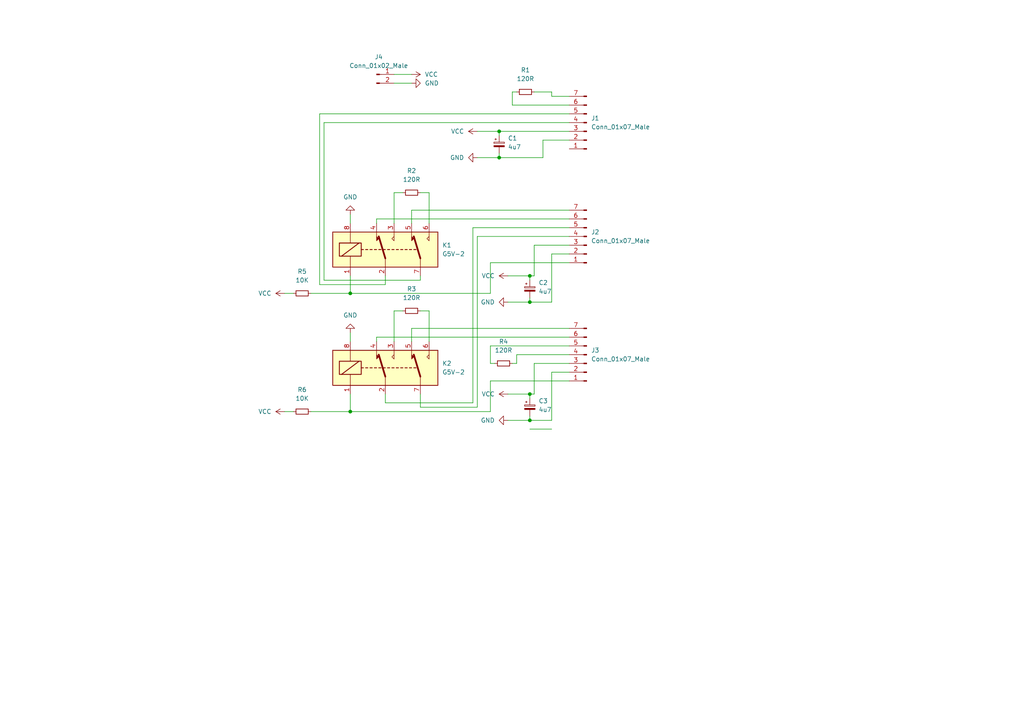
<source format=kicad_sch>
(kicad_sch (version 20211123) (generator eeschema)

  (uuid e63e39d7-6ac0-4ffd-8aa3-1841a4541b55)

  (paper "A4")

  (lib_symbols
    (symbol "Connector:Conn_01x02_Male" (pin_names (offset 1.016) hide) (in_bom yes) (on_board yes)
      (property "Reference" "J" (id 0) (at 0 2.54 0)
        (effects (font (size 1.27 1.27)))
      )
      (property "Value" "Conn_01x02_Male" (id 1) (at 0 -5.08 0)
        (effects (font (size 1.27 1.27)))
      )
      (property "Footprint" "" (id 2) (at 0 0 0)
        (effects (font (size 1.27 1.27)) hide)
      )
      (property "Datasheet" "~" (id 3) (at 0 0 0)
        (effects (font (size 1.27 1.27)) hide)
      )
      (property "ki_keywords" "connector" (id 4) (at 0 0 0)
        (effects (font (size 1.27 1.27)) hide)
      )
      (property "ki_description" "Generic connector, single row, 01x02, script generated (kicad-library-utils/schlib/autogen/connector/)" (id 5) (at 0 0 0)
        (effects (font (size 1.27 1.27)) hide)
      )
      (property "ki_fp_filters" "Connector*:*_1x??_*" (id 6) (at 0 0 0)
        (effects (font (size 1.27 1.27)) hide)
      )
      (symbol "Conn_01x02_Male_1_1"
        (polyline
          (pts
            (xy 1.27 -2.54)
            (xy 0.8636 -2.54)
          )
          (stroke (width 0.1524) (type default) (color 0 0 0 0))
          (fill (type none))
        )
        (polyline
          (pts
            (xy 1.27 0)
            (xy 0.8636 0)
          )
          (stroke (width 0.1524) (type default) (color 0 0 0 0))
          (fill (type none))
        )
        (rectangle (start 0.8636 -2.413) (end 0 -2.667)
          (stroke (width 0.1524) (type default) (color 0 0 0 0))
          (fill (type outline))
        )
        (rectangle (start 0.8636 0.127) (end 0 -0.127)
          (stroke (width 0.1524) (type default) (color 0 0 0 0))
          (fill (type outline))
        )
        (pin passive line (at 5.08 0 180) (length 3.81)
          (name "Pin_1" (effects (font (size 1.27 1.27))))
          (number "1" (effects (font (size 1.27 1.27))))
        )
        (pin passive line (at 5.08 -2.54 180) (length 3.81)
          (name "Pin_2" (effects (font (size 1.27 1.27))))
          (number "2" (effects (font (size 1.27 1.27))))
        )
      )
    )
    (symbol "Connector:Conn_01x07_Male" (pin_names (offset 1.016) hide) (in_bom yes) (on_board yes)
      (property "Reference" "J" (id 0) (at 0 10.16 0)
        (effects (font (size 1.27 1.27)))
      )
      (property "Value" "Conn_01x07_Male" (id 1) (at 0 -10.16 0)
        (effects (font (size 1.27 1.27)))
      )
      (property "Footprint" "" (id 2) (at 0 0 0)
        (effects (font (size 1.27 1.27)) hide)
      )
      (property "Datasheet" "~" (id 3) (at 0 0 0)
        (effects (font (size 1.27 1.27)) hide)
      )
      (property "ki_keywords" "connector" (id 4) (at 0 0 0)
        (effects (font (size 1.27 1.27)) hide)
      )
      (property "ki_description" "Generic connector, single row, 01x07, script generated (kicad-library-utils/schlib/autogen/connector/)" (id 5) (at 0 0 0)
        (effects (font (size 1.27 1.27)) hide)
      )
      (property "ki_fp_filters" "Connector*:*_1x??_*" (id 6) (at 0 0 0)
        (effects (font (size 1.27 1.27)) hide)
      )
      (symbol "Conn_01x07_Male_1_1"
        (polyline
          (pts
            (xy 1.27 -7.62)
            (xy 0.8636 -7.62)
          )
          (stroke (width 0.1524) (type default) (color 0 0 0 0))
          (fill (type none))
        )
        (polyline
          (pts
            (xy 1.27 -5.08)
            (xy 0.8636 -5.08)
          )
          (stroke (width 0.1524) (type default) (color 0 0 0 0))
          (fill (type none))
        )
        (polyline
          (pts
            (xy 1.27 -2.54)
            (xy 0.8636 -2.54)
          )
          (stroke (width 0.1524) (type default) (color 0 0 0 0))
          (fill (type none))
        )
        (polyline
          (pts
            (xy 1.27 0)
            (xy 0.8636 0)
          )
          (stroke (width 0.1524) (type default) (color 0 0 0 0))
          (fill (type none))
        )
        (polyline
          (pts
            (xy 1.27 2.54)
            (xy 0.8636 2.54)
          )
          (stroke (width 0.1524) (type default) (color 0 0 0 0))
          (fill (type none))
        )
        (polyline
          (pts
            (xy 1.27 5.08)
            (xy 0.8636 5.08)
          )
          (stroke (width 0.1524) (type default) (color 0 0 0 0))
          (fill (type none))
        )
        (polyline
          (pts
            (xy 1.27 7.62)
            (xy 0.8636 7.62)
          )
          (stroke (width 0.1524) (type default) (color 0 0 0 0))
          (fill (type none))
        )
        (rectangle (start 0.8636 -7.493) (end 0 -7.747)
          (stroke (width 0.1524) (type default) (color 0 0 0 0))
          (fill (type outline))
        )
        (rectangle (start 0.8636 -4.953) (end 0 -5.207)
          (stroke (width 0.1524) (type default) (color 0 0 0 0))
          (fill (type outline))
        )
        (rectangle (start 0.8636 -2.413) (end 0 -2.667)
          (stroke (width 0.1524) (type default) (color 0 0 0 0))
          (fill (type outline))
        )
        (rectangle (start 0.8636 0.127) (end 0 -0.127)
          (stroke (width 0.1524) (type default) (color 0 0 0 0))
          (fill (type outline))
        )
        (rectangle (start 0.8636 2.667) (end 0 2.413)
          (stroke (width 0.1524) (type default) (color 0 0 0 0))
          (fill (type outline))
        )
        (rectangle (start 0.8636 5.207) (end 0 4.953)
          (stroke (width 0.1524) (type default) (color 0 0 0 0))
          (fill (type outline))
        )
        (rectangle (start 0.8636 7.747) (end 0 7.493)
          (stroke (width 0.1524) (type default) (color 0 0 0 0))
          (fill (type outline))
        )
        (pin passive line (at 5.08 7.62 180) (length 3.81)
          (name "Pin_1" (effects (font (size 1.27 1.27))))
          (number "1" (effects (font (size 1.27 1.27))))
        )
        (pin passive line (at 5.08 5.08 180) (length 3.81)
          (name "Pin_2" (effects (font (size 1.27 1.27))))
          (number "2" (effects (font (size 1.27 1.27))))
        )
        (pin passive line (at 5.08 2.54 180) (length 3.81)
          (name "Pin_3" (effects (font (size 1.27 1.27))))
          (number "3" (effects (font (size 1.27 1.27))))
        )
        (pin passive line (at 5.08 0 180) (length 3.81)
          (name "Pin_4" (effects (font (size 1.27 1.27))))
          (number "4" (effects (font (size 1.27 1.27))))
        )
        (pin passive line (at 5.08 -2.54 180) (length 3.81)
          (name "Pin_5" (effects (font (size 1.27 1.27))))
          (number "5" (effects (font (size 1.27 1.27))))
        )
        (pin passive line (at 5.08 -5.08 180) (length 3.81)
          (name "Pin_6" (effects (font (size 1.27 1.27))))
          (number "6" (effects (font (size 1.27 1.27))))
        )
        (pin passive line (at 5.08 -7.62 180) (length 3.81)
          (name "Pin_7" (effects (font (size 1.27 1.27))))
          (number "7" (effects (font (size 1.27 1.27))))
        )
      )
    )
    (symbol "Device:C_Polarized_Small" (pin_numbers hide) (pin_names (offset 0.254) hide) (in_bom yes) (on_board yes)
      (property "Reference" "C" (id 0) (at 0.254 1.778 0)
        (effects (font (size 1.27 1.27)) (justify left))
      )
      (property "Value" "C_Polarized_Small" (id 1) (at 0.254 -2.032 0)
        (effects (font (size 1.27 1.27)) (justify left))
      )
      (property "Footprint" "" (id 2) (at 0 0 0)
        (effects (font (size 1.27 1.27)) hide)
      )
      (property "Datasheet" "~" (id 3) (at 0 0 0)
        (effects (font (size 1.27 1.27)) hide)
      )
      (property "ki_keywords" "cap capacitor" (id 4) (at 0 0 0)
        (effects (font (size 1.27 1.27)) hide)
      )
      (property "ki_description" "Polarized capacitor, small symbol" (id 5) (at 0 0 0)
        (effects (font (size 1.27 1.27)) hide)
      )
      (property "ki_fp_filters" "CP_*" (id 6) (at 0 0 0)
        (effects (font (size 1.27 1.27)) hide)
      )
      (symbol "C_Polarized_Small_0_1"
        (rectangle (start -1.524 -0.3048) (end 1.524 -0.6858)
          (stroke (width 0) (type default) (color 0 0 0 0))
          (fill (type outline))
        )
        (rectangle (start -1.524 0.6858) (end 1.524 0.3048)
          (stroke (width 0) (type default) (color 0 0 0 0))
          (fill (type none))
        )
        (polyline
          (pts
            (xy -1.27 1.524)
            (xy -0.762 1.524)
          )
          (stroke (width 0) (type default) (color 0 0 0 0))
          (fill (type none))
        )
        (polyline
          (pts
            (xy -1.016 1.27)
            (xy -1.016 1.778)
          )
          (stroke (width 0) (type default) (color 0 0 0 0))
          (fill (type none))
        )
      )
      (symbol "C_Polarized_Small_1_1"
        (pin passive line (at 0 2.54 270) (length 1.8542)
          (name "~" (effects (font (size 1.27 1.27))))
          (number "1" (effects (font (size 1.27 1.27))))
        )
        (pin passive line (at 0 -2.54 90) (length 1.8542)
          (name "~" (effects (font (size 1.27 1.27))))
          (number "2" (effects (font (size 1.27 1.27))))
        )
      )
    )
    (symbol "Device:R_Small" (pin_numbers hide) (pin_names (offset 0.254) hide) (in_bom yes) (on_board yes)
      (property "Reference" "R" (id 0) (at 0.762 0.508 0)
        (effects (font (size 1.27 1.27)) (justify left))
      )
      (property "Value" "R_Small" (id 1) (at 0.762 -1.016 0)
        (effects (font (size 1.27 1.27)) (justify left))
      )
      (property "Footprint" "" (id 2) (at 0 0 0)
        (effects (font (size 1.27 1.27)) hide)
      )
      (property "Datasheet" "~" (id 3) (at 0 0 0)
        (effects (font (size 1.27 1.27)) hide)
      )
      (property "ki_keywords" "R resistor" (id 4) (at 0 0 0)
        (effects (font (size 1.27 1.27)) hide)
      )
      (property "ki_description" "Resistor, small symbol" (id 5) (at 0 0 0)
        (effects (font (size 1.27 1.27)) hide)
      )
      (property "ki_fp_filters" "R_*" (id 6) (at 0 0 0)
        (effects (font (size 1.27 1.27)) hide)
      )
      (symbol "R_Small_0_1"
        (rectangle (start -0.762 1.778) (end 0.762 -1.778)
          (stroke (width 0.2032) (type default) (color 0 0 0 0))
          (fill (type none))
        )
      )
      (symbol "R_Small_1_1"
        (pin passive line (at 0 2.54 270) (length 0.762)
          (name "~" (effects (font (size 1.27 1.27))))
          (number "1" (effects (font (size 1.27 1.27))))
        )
        (pin passive line (at 0 -2.54 90) (length 0.762)
          (name "~" (effects (font (size 1.27 1.27))))
          (number "2" (effects (font (size 1.27 1.27))))
        )
      )
    )
    (symbol "G5V-2_1" (in_bom yes) (on_board yes)
      (property "Reference" "K2" (id 0) (at 16.51 1.2701 0)
        (effects (font (size 1.27 1.27)) (justify left))
      )
      (property "Value" "G5V-2" (id 1) (at 16.51 -1.2699 0)
        (effects (font (size 1.27 1.27)) (justify left))
      )
      (property "Footprint" "Relay_THT:Relay_DPDT_AXICOM_IMSeries_Pitch5.08mm" (id 2) (at 16.51 -1.27 0)
        (effects (font (size 1.27 1.27)) (justify left) hide)
      )
      (property "Datasheet" "http://omronfs.omron.com/en_US/ecb/products/pdf/en-g5v_2.pdf" (id 3) (at 0 0 0)
        (effects (font (size 1.27 1.27)) hide)
      )
      (property "ki_keywords" "Miniature Relay Dual Pole DPDT Omron" (id 4) (at 0 0 0)
        (effects (font (size 1.27 1.27)) hide)
      )
      (property "ki_description" "Relay Miniature Omron DPDT" (id 5) (at 0 0 0)
        (effects (font (size 1.27 1.27)) hide)
      )
      (property "ki_fp_filters" "Relay*DPDT*Omron*G5V*" (id 6) (at 0 0 0)
        (effects (font (size 1.27 1.27)) hide)
      )
      (symbol "G5V-2_1_0_1"
        (rectangle (start -15.24 5.08) (end 15.24 -5.08)
          (stroke (width 0.254) (type default) (color 0 0 0 0))
          (fill (type background))
        )
        (rectangle (start -13.335 1.905) (end -6.985 -1.905)
          (stroke (width 0.254) (type default) (color 0 0 0 0))
          (fill (type none))
        )
        (polyline
          (pts
            (xy -12.7 -1.905)
            (xy -7.62 1.905)
          )
          (stroke (width 0.254) (type default) (color 0 0 0 0))
          (fill (type none))
        )
        (polyline
          (pts
            (xy -10.16 -5.08)
            (xy -10.16 -1.905)
          )
          (stroke (width 0) (type default) (color 0 0 0 0))
          (fill (type none))
        )
        (polyline
          (pts
            (xy -10.16 5.08)
            (xy -10.16 1.905)
          )
          (stroke (width 0) (type default) (color 0 0 0 0))
          (fill (type none))
        )
        (polyline
          (pts
            (xy -6.985 0)
            (xy -6.35 0)
          )
          (stroke (width 0.254) (type default) (color 0 0 0 0))
          (fill (type none))
        )
        (polyline
          (pts
            (xy -5.715 0)
            (xy -5.08 0)
          )
          (stroke (width 0.254) (type default) (color 0 0 0 0))
          (fill (type none))
        )
        (polyline
          (pts
            (xy -4.445 0)
            (xy -3.81 0)
          )
          (stroke (width 0.254) (type default) (color 0 0 0 0))
          (fill (type none))
        )
        (polyline
          (pts
            (xy -3.175 0)
            (xy -2.54 0)
          )
          (stroke (width 0.254) (type default) (color 0 0 0 0))
          (fill (type none))
        )
        (polyline
          (pts
            (xy -1.905 0)
            (xy -1.27 0)
          )
          (stroke (width 0.254) (type default) (color 0 0 0 0))
          (fill (type none))
        )
        (polyline
          (pts
            (xy -0.635 0)
            (xy 0 0)
          )
          (stroke (width 0.254) (type default) (color 0 0 0 0))
          (fill (type none))
        )
        (polyline
          (pts
            (xy 0 -2.54)
            (xy -1.905 3.81)
          )
          (stroke (width 0.508) (type default) (color 0 0 0 0))
          (fill (type none))
        )
        (polyline
          (pts
            (xy 0 -2.54)
            (xy 0 -5.08)
          )
          (stroke (width 0) (type default) (color 0 0 0 0))
          (fill (type none))
        )
        (polyline
          (pts
            (xy 0.635 0)
            (xy 1.27 0)
          )
          (stroke (width 0.254) (type default) (color 0 0 0 0))
          (fill (type none))
        )
        (polyline
          (pts
            (xy 1.905 0)
            (xy 2.54 0)
          )
          (stroke (width 0.254) (type default) (color 0 0 0 0))
          (fill (type none))
        )
        (polyline
          (pts
            (xy 3.175 0)
            (xy 3.81 0)
          )
          (stroke (width 0.254) (type default) (color 0 0 0 0))
          (fill (type none))
        )
        (polyline
          (pts
            (xy 4.445 0)
            (xy 5.08 0)
          )
          (stroke (width 0.254) (type default) (color 0 0 0 0))
          (fill (type none))
        )
        (polyline
          (pts
            (xy 5.715 0)
            (xy 6.35 0)
          )
          (stroke (width 0.254) (type default) (color 0 0 0 0))
          (fill (type none))
        )
        (polyline
          (pts
            (xy 6.985 0)
            (xy 7.62 0)
          )
          (stroke (width 0.254) (type default) (color 0 0 0 0))
          (fill (type none))
        )
        (polyline
          (pts
            (xy 8.255 0)
            (xy 8.89 0)
          )
          (stroke (width 0.254) (type default) (color 0 0 0 0))
          (fill (type none))
        )
        (polyline
          (pts
            (xy 10.16 -2.54)
            (xy 8.255 3.81)
          )
          (stroke (width 0.508) (type default) (color 0 0 0 0))
          (fill (type none))
        )
        (polyline
          (pts
            (xy 10.16 -2.54)
            (xy 10.16 -5.08)
          )
          (stroke (width 0) (type default) (color 0 0 0 0))
          (fill (type none))
        )
        (polyline
          (pts
            (xy -2.54 5.08)
            (xy -2.54 2.54)
            (xy -1.905 3.175)
            (xy -2.54 3.81)
          )
          (stroke (width 0) (type default) (color 0 0 0 0))
          (fill (type outline))
        )
        (polyline
          (pts
            (xy 2.54 5.08)
            (xy 2.54 2.54)
            (xy 1.905 3.175)
            (xy 2.54 3.81)
          )
          (stroke (width 0) (type default) (color 0 0 0 0))
          (fill (type none))
        )
        (polyline
          (pts
            (xy 7.62 5.08)
            (xy 7.62 2.54)
            (xy 8.255 3.175)
            (xy 7.62 3.81)
          )
          (stroke (width 0) (type default) (color 0 0 0 0))
          (fill (type outline))
        )
        (polyline
          (pts
            (xy 12.7 5.08)
            (xy 12.7 2.54)
            (xy 12.065 3.175)
            (xy 12.7 3.81)
          )
          (stroke (width 0) (type default) (color 0 0 0 0))
          (fill (type none))
        )
      )
      (symbol "G5V-2_1_1_1"
        (pin passive line (at -10.16 -7.62 90) (length 2.54)
          (name "" (effects (font (size 1.27 1.27))))
          (number "1" (effects (font (size 1.27 1.27))))
        )
        (pin passive line (at 0 -7.62 90) (length 2.54)
          (name "~" (effects (font (size 1.27 1.27))))
          (number "2" (effects (font (size 1.27 1.27))))
        )
        (pin passive line (at 2.54 7.62 270) (length 2.54)
          (name "~" (effects (font (size 1.27 1.27))))
          (number "3" (effects (font (size 1.27 1.27))))
        )
        (pin passive line (at -2.54 7.62 270) (length 2.54)
          (name "~" (effects (font (size 1.27 1.27))))
          (number "4" (effects (font (size 1.27 1.27))))
        )
        (pin passive line (at 7.62 7.62 270) (length 2.54)
          (name "~" (effects (font (size 1.27 1.27))))
          (number "5" (effects (font (size 1.27 1.27))))
        )
        (pin passive line (at 12.7 7.62 270) (length 2.54)
          (name "~" (effects (font (size 1.27 1.27))))
          (number "6" (effects (font (size 1.27 1.27))))
        )
        (pin passive line (at 10.16 -7.62 90) (length 2.54)
          (name "~" (effects (font (size 1.27 1.27))))
          (number "7" (effects (font (size 1.27 1.27))))
        )
        (pin passive line (at -10.16 7.62 270) (length 2.54)
          (name "" (effects (font (size 1.27 1.27))))
          (number "8" (effects (font (size 1.27 1.27))))
        )
      )
    )
    (symbol "Relay:G5V-2" (in_bom yes) (on_board yes)
      (property "Reference" "K1" (id 0) (at 16.51 1.2701 0)
        (effects (font (size 1.27 1.27)) (justify left))
      )
      (property "Value" "G5V-2" (id 1) (at 16.51 -1.2699 0)
        (effects (font (size 1.27 1.27)) (justify left))
      )
      (property "Footprint" "Relay_THT:Relay_DPDT_AXICOM_IMSeries_Pitch5.08mm" (id 2) (at 16.51 -1.27 0)
        (effects (font (size 1.27 1.27)) (justify left) hide)
      )
      (property "Datasheet" "http://omronfs.omron.com/en_US/ecb/products/pdf/en-g5v_2.pdf" (id 3) (at 0 0 0)
        (effects (font (size 1.27 1.27)) hide)
      )
      (property "ki_keywords" "Miniature Relay Dual Pole DPDT Omron" (id 4) (at 0 0 0)
        (effects (font (size 1.27 1.27)) hide)
      )
      (property "ki_description" "Relay Miniature Omron DPDT" (id 5) (at 0 0 0)
        (effects (font (size 1.27 1.27)) hide)
      )
      (property "ki_fp_filters" "Relay*DPDT*Omron*G5V*" (id 6) (at 0 0 0)
        (effects (font (size 1.27 1.27)) hide)
      )
      (symbol "G5V-2_0_1"
        (rectangle (start -15.24 5.08) (end 15.24 -5.08)
          (stroke (width 0.254) (type default) (color 0 0 0 0))
          (fill (type background))
        )
        (rectangle (start -13.335 1.905) (end -6.985 -1.905)
          (stroke (width 0.254) (type default) (color 0 0 0 0))
          (fill (type none))
        )
        (polyline
          (pts
            (xy -12.7 -1.905)
            (xy -7.62 1.905)
          )
          (stroke (width 0.254) (type default) (color 0 0 0 0))
          (fill (type none))
        )
        (polyline
          (pts
            (xy -10.16 -5.08)
            (xy -10.16 -1.905)
          )
          (stroke (width 0) (type default) (color 0 0 0 0))
          (fill (type none))
        )
        (polyline
          (pts
            (xy -10.16 5.08)
            (xy -10.16 1.905)
          )
          (stroke (width 0) (type default) (color 0 0 0 0))
          (fill (type none))
        )
        (polyline
          (pts
            (xy -6.985 0)
            (xy -6.35 0)
          )
          (stroke (width 0.254) (type default) (color 0 0 0 0))
          (fill (type none))
        )
        (polyline
          (pts
            (xy -5.715 0)
            (xy -5.08 0)
          )
          (stroke (width 0.254) (type default) (color 0 0 0 0))
          (fill (type none))
        )
        (polyline
          (pts
            (xy -4.445 0)
            (xy -3.81 0)
          )
          (stroke (width 0.254) (type default) (color 0 0 0 0))
          (fill (type none))
        )
        (polyline
          (pts
            (xy -3.175 0)
            (xy -2.54 0)
          )
          (stroke (width 0.254) (type default) (color 0 0 0 0))
          (fill (type none))
        )
        (polyline
          (pts
            (xy -1.905 0)
            (xy -1.27 0)
          )
          (stroke (width 0.254) (type default) (color 0 0 0 0))
          (fill (type none))
        )
        (polyline
          (pts
            (xy -0.635 0)
            (xy 0 0)
          )
          (stroke (width 0.254) (type default) (color 0 0 0 0))
          (fill (type none))
        )
        (polyline
          (pts
            (xy 0 -2.54)
            (xy -1.905 3.81)
          )
          (stroke (width 0.508) (type default) (color 0 0 0 0))
          (fill (type none))
        )
        (polyline
          (pts
            (xy 0 -2.54)
            (xy 0 -5.08)
          )
          (stroke (width 0) (type default) (color 0 0 0 0))
          (fill (type none))
        )
        (polyline
          (pts
            (xy 0.635 0)
            (xy 1.27 0)
          )
          (stroke (width 0.254) (type default) (color 0 0 0 0))
          (fill (type none))
        )
        (polyline
          (pts
            (xy 1.905 0)
            (xy 2.54 0)
          )
          (stroke (width 0.254) (type default) (color 0 0 0 0))
          (fill (type none))
        )
        (polyline
          (pts
            (xy 3.175 0)
            (xy 3.81 0)
          )
          (stroke (width 0.254) (type default) (color 0 0 0 0))
          (fill (type none))
        )
        (polyline
          (pts
            (xy 4.445 0)
            (xy 5.08 0)
          )
          (stroke (width 0.254) (type default) (color 0 0 0 0))
          (fill (type none))
        )
        (polyline
          (pts
            (xy 5.715 0)
            (xy 6.35 0)
          )
          (stroke (width 0.254) (type default) (color 0 0 0 0))
          (fill (type none))
        )
        (polyline
          (pts
            (xy 6.985 0)
            (xy 7.62 0)
          )
          (stroke (width 0.254) (type default) (color 0 0 0 0))
          (fill (type none))
        )
        (polyline
          (pts
            (xy 8.255 0)
            (xy 8.89 0)
          )
          (stroke (width 0.254) (type default) (color 0 0 0 0))
          (fill (type none))
        )
        (polyline
          (pts
            (xy 10.16 -2.54)
            (xy 8.255 3.81)
          )
          (stroke (width 0.508) (type default) (color 0 0 0 0))
          (fill (type none))
        )
        (polyline
          (pts
            (xy 10.16 -2.54)
            (xy 10.16 -5.08)
          )
          (stroke (width 0) (type default) (color 0 0 0 0))
          (fill (type none))
        )
        (polyline
          (pts
            (xy -2.54 5.08)
            (xy -2.54 2.54)
            (xy -1.905 3.175)
            (xy -2.54 3.81)
          )
          (stroke (width 0) (type default) (color 0 0 0 0))
          (fill (type outline))
        )
        (polyline
          (pts
            (xy 2.54 5.08)
            (xy 2.54 2.54)
            (xy 1.905 3.175)
            (xy 2.54 3.81)
          )
          (stroke (width 0) (type default) (color 0 0 0 0))
          (fill (type none))
        )
        (polyline
          (pts
            (xy 7.62 5.08)
            (xy 7.62 2.54)
            (xy 8.255 3.175)
            (xy 7.62 3.81)
          )
          (stroke (width 0) (type default) (color 0 0 0 0))
          (fill (type outline))
        )
        (polyline
          (pts
            (xy 12.7 5.08)
            (xy 12.7 2.54)
            (xy 12.065 3.175)
            (xy 12.7 3.81)
          )
          (stroke (width 0) (type default) (color 0 0 0 0))
          (fill (type none))
        )
      )
      (symbol "G5V-2_1_1"
        (pin passive line (at -10.16 -7.62 90) (length 2.54)
          (name "~" (effects (font (size 1.27 1.27))))
          (number "1" (effects (font (size 1.27 1.27))))
        )
        (pin passive line (at 0 -7.62 90) (length 2.54)
          (name "~" (effects (font (size 1.27 1.27))))
          (number "2" (effects (font (size 1.27 1.27))))
        )
        (pin passive line (at 2.54 7.62 270) (length 2.54)
          (name "~" (effects (font (size 1.27 1.27))))
          (number "3" (effects (font (size 1.27 1.27))))
        )
        (pin passive line (at -2.54 7.62 270) (length 2.54)
          (name "~" (effects (font (size 1.27 1.27))))
          (number "4" (effects (font (size 1.27 1.27))))
        )
        (pin passive line (at 7.62 7.62 270) (length 2.54)
          (name "~" (effects (font (size 1.27 1.27))))
          (number "5" (effects (font (size 1.27 1.27))))
        )
        (pin passive line (at 12.7 7.62 270) (length 2.54)
          (name "~" (effects (font (size 1.27 1.27))))
          (number "6" (effects (font (size 1.27 1.27))))
        )
        (pin passive line (at 10.16 -7.62 90) (length 2.54)
          (name "~" (effects (font (size 1.27 1.27))))
          (number "7" (effects (font (size 1.27 1.27))))
        )
        (pin passive line (at -10.16 7.62 270) (length 2.54)
          (name "~" (effects (font (size 1.27 1.27))))
          (number "8" (effects (font (size 1.27 1.27))))
        )
      )
    )
    (symbol "power:GND" (power) (pin_names (offset 0)) (in_bom yes) (on_board yes)
      (property "Reference" "#PWR" (id 0) (at 0 -6.35 0)
        (effects (font (size 1.27 1.27)) hide)
      )
      (property "Value" "GND" (id 1) (at 0 -3.81 0)
        (effects (font (size 1.27 1.27)))
      )
      (property "Footprint" "" (id 2) (at 0 0 0)
        (effects (font (size 1.27 1.27)) hide)
      )
      (property "Datasheet" "" (id 3) (at 0 0 0)
        (effects (font (size 1.27 1.27)) hide)
      )
      (property "ki_keywords" "power-flag" (id 4) (at 0 0 0)
        (effects (font (size 1.27 1.27)) hide)
      )
      (property "ki_description" "Power symbol creates a global label with name \"GND\" , ground" (id 5) (at 0 0 0)
        (effects (font (size 1.27 1.27)) hide)
      )
      (symbol "GND_0_1"
        (polyline
          (pts
            (xy 0 0)
            (xy 0 -1.27)
            (xy 1.27 -1.27)
            (xy 0 -2.54)
            (xy -1.27 -1.27)
            (xy 0 -1.27)
          )
          (stroke (width 0) (type default) (color 0 0 0 0))
          (fill (type none))
        )
      )
      (symbol "GND_1_1"
        (pin power_in line (at 0 0 270) (length 0) hide
          (name "GND" (effects (font (size 1.27 1.27))))
          (number "1" (effects (font (size 1.27 1.27))))
        )
      )
    )
    (symbol "power:VCC" (power) (pin_names (offset 0)) (in_bom yes) (on_board yes)
      (property "Reference" "#PWR" (id 0) (at 0 -3.81 0)
        (effects (font (size 1.27 1.27)) hide)
      )
      (property "Value" "VCC" (id 1) (at 0 3.81 0)
        (effects (font (size 1.27 1.27)))
      )
      (property "Footprint" "" (id 2) (at 0 0 0)
        (effects (font (size 1.27 1.27)) hide)
      )
      (property "Datasheet" "" (id 3) (at 0 0 0)
        (effects (font (size 1.27 1.27)) hide)
      )
      (property "ki_keywords" "power-flag" (id 4) (at 0 0 0)
        (effects (font (size 1.27 1.27)) hide)
      )
      (property "ki_description" "Power symbol creates a global label with name \"VCC\"" (id 5) (at 0 0 0)
        (effects (font (size 1.27 1.27)) hide)
      )
      (symbol "VCC_0_1"
        (polyline
          (pts
            (xy -0.762 1.27)
            (xy 0 2.54)
          )
          (stroke (width 0) (type default) (color 0 0 0 0))
          (fill (type none))
        )
        (polyline
          (pts
            (xy 0 0)
            (xy 0 2.54)
          )
          (stroke (width 0) (type default) (color 0 0 0 0))
          (fill (type none))
        )
        (polyline
          (pts
            (xy 0 2.54)
            (xy 0.762 1.27)
          )
          (stroke (width 0) (type default) (color 0 0 0 0))
          (fill (type none))
        )
      )
      (symbol "VCC_1_1"
        (pin power_in line (at 0 0 90) (length 0) hide
          (name "VCC" (effects (font (size 1.27 1.27))))
          (number "1" (effects (font (size 1.27 1.27))))
        )
      )
    )
  )

  (junction (at 153.67 114.3) (diameter 0) (color 0 0 0 0)
    (uuid 044c83f8-4fa4-439e-91d5-2a74a9679ba6)
  )
  (junction (at 144.78 38.1) (diameter 0) (color 0 0 0 0)
    (uuid 34313603-e560-4414-ba50-86d6c6e29d6a)
  )
  (junction (at 153.67 121.92) (diameter 0) (color 0 0 0 0)
    (uuid 4bbcfd2e-6a06-4a2b-80a5-13724388e0b9)
  )
  (junction (at 101.6 85.09) (diameter 0) (color 0 0 0 0)
    (uuid 76613079-d966-4037-83b8-1840679ff85a)
  )
  (junction (at 153.67 87.63) (diameter 0) (color 0 0 0 0)
    (uuid 77b3db70-4014-4dd1-9bd2-7df469a8392d)
  )
  (junction (at 144.78 45.72) (diameter 0) (color 0 0 0 0)
    (uuid 78d55951-b821-46d1-9ee5-1a19c65fbc61)
  )
  (junction (at 101.6 119.38) (diameter 0) (color 0 0 0 0)
    (uuid cd916773-425b-434c-a375-151e1a0175a4)
  )
  (junction (at 153.67 80.01) (diameter 0) (color 0 0 0 0)
    (uuid dd2f0757-0ecc-4df3-9a73-49e29db0c679)
  )

  (wire (pts (xy 119.38 60.96) (xy 119.38 64.77))
    (stroke (width 0) (type default) (color 0 0 0 0))
    (uuid 01709d7f-f108-4028-ae99-c1c1ae051b48)
  )
  (wire (pts (xy 142.24 76.2) (xy 142.24 85.09))
    (stroke (width 0) (type default) (color 0 0 0 0))
    (uuid 02adb20d-470b-4303-897c-c88eb9a6d29a)
  )
  (wire (pts (xy 137.16 66.04) (xy 137.16 116.84))
    (stroke (width 0) (type default) (color 0 0 0 0))
    (uuid 033acca5-6537-45c3-ae67-26f7bf13cc8b)
  )
  (wire (pts (xy 144.78 44.45) (xy 144.78 45.72))
    (stroke (width 0) (type default) (color 0 0 0 0))
    (uuid 04c50a8e-f403-4791-ad51-f9739f1937b9)
  )
  (wire (pts (xy 101.6 96.52) (xy 101.6 99.06))
    (stroke (width 0) (type default) (color 0 0 0 0))
    (uuid 06510438-9b47-4c81-9f49-52de8993ac5a)
  )
  (wire (pts (xy 149.86 105.41) (xy 148.59 105.41))
    (stroke (width 0) (type default) (color 0 0 0 0))
    (uuid 0a7f45cf-eae2-45af-b969-53984e07b738)
  )
  (wire (pts (xy 109.22 97.79) (xy 109.22 99.06))
    (stroke (width 0) (type default) (color 0 0 0 0))
    (uuid 0b035891-cc96-4884-a634-9625760678f8)
  )
  (wire (pts (xy 137.16 116.84) (xy 111.76 116.84))
    (stroke (width 0) (type default) (color 0 0 0 0))
    (uuid 119fc7b5-e305-4cb7-b303-27f9c3cbbf2e)
  )
  (wire (pts (xy 114.3 99.06) (xy 114.3 90.17))
    (stroke (width 0) (type default) (color 0 0 0 0))
    (uuid 123adc04-86bc-4b3c-aa89-79915082ce6a)
  )
  (wire (pts (xy 165.1 110.49) (xy 142.24 110.49))
    (stroke (width 0) (type default) (color 0 0 0 0))
    (uuid 16443d4e-a510-42aa-b440-e1ee5eb02845)
  )
  (wire (pts (xy 153.67 86.36) (xy 153.67 87.63))
    (stroke (width 0) (type default) (color 0 0 0 0))
    (uuid 18f58921-7805-4c55-acd6-3438bffadeda)
  )
  (wire (pts (xy 93.98 35.56) (xy 93.98 81.28))
    (stroke (width 0) (type default) (color 0 0 0 0))
    (uuid 1c96ea24-9c7c-4e2d-8c0a-774197758fe1)
  )
  (wire (pts (xy 160.02 27.94) (xy 165.1 27.94))
    (stroke (width 0) (type default) (color 0 0 0 0))
    (uuid 1e39264a-8a48-416d-895f-58c487b675a5)
  )
  (wire (pts (xy 111.76 116.84) (xy 111.76 114.3))
    (stroke (width 0) (type default) (color 0 0 0 0))
    (uuid 2043d02b-fd25-4cf9-96ec-8c1065cf1b08)
  )
  (wire (pts (xy 111.76 82.55) (xy 111.76 80.01))
    (stroke (width 0) (type default) (color 0 0 0 0))
    (uuid 255fdc73-7638-4dae-a350-340ecfc9a310)
  )
  (wire (pts (xy 142.24 85.09) (xy 101.6 85.09))
    (stroke (width 0) (type default) (color 0 0 0 0))
    (uuid 26177e98-1e14-44bb-971b-65f8149b2861)
  )
  (wire (pts (xy 165.1 66.04) (xy 137.16 66.04))
    (stroke (width 0) (type default) (color 0 0 0 0))
    (uuid 291efa04-c7e1-4cd6-b237-4be934e81b7a)
  )
  (wire (pts (xy 165.1 60.96) (xy 119.38 60.96))
    (stroke (width 0) (type default) (color 0 0 0 0))
    (uuid 2f7d471a-4b52-4fb3-90be-fab3bc25d356)
  )
  (wire (pts (xy 153.67 114.3) (xy 154.94 114.3))
    (stroke (width 0) (type default) (color 0 0 0 0))
    (uuid 32fd5ee9-e623-4d29-96a7-24ed8ccb3386)
  )
  (wire (pts (xy 114.3 55.88) (xy 116.84 55.88))
    (stroke (width 0) (type default) (color 0 0 0 0))
    (uuid 35c0d7e8-50fb-4d6c-b32c-0b3a052a4f30)
  )
  (wire (pts (xy 154.94 71.12) (xy 165.1 71.12))
    (stroke (width 0) (type default) (color 0 0 0 0))
    (uuid 3a85992e-2c0b-4003-90e9-504e2ea78494)
  )
  (wire (pts (xy 154.94 114.3) (xy 154.94 105.41))
    (stroke (width 0) (type default) (color 0 0 0 0))
    (uuid 3f5454a0-a47d-4b67-9b9d-849d7f31e35a)
  )
  (wire (pts (xy 142.24 110.49) (xy 142.24 119.38))
    (stroke (width 0) (type default) (color 0 0 0 0))
    (uuid 47196d0d-26c5-4f65-abaf-a556de8e0c98)
  )
  (wire (pts (xy 160.02 107.95) (xy 160.02 121.92))
    (stroke (width 0) (type default) (color 0 0 0 0))
    (uuid 494b0c56-3b41-4e02-a86b-d482115d4b3e)
  )
  (wire (pts (xy 109.22 63.5) (xy 109.22 64.77))
    (stroke (width 0) (type default) (color 0 0 0 0))
    (uuid 4a4fafed-c839-4d23-8954-8b34fca0eeec)
  )
  (wire (pts (xy 142.24 119.38) (xy 101.6 119.38))
    (stroke (width 0) (type default) (color 0 0 0 0))
    (uuid 4a918663-0357-498d-ac19-009bb4a4714e)
  )
  (wire (pts (xy 143.51 105.41) (xy 142.24 105.41))
    (stroke (width 0) (type default) (color 0 0 0 0))
    (uuid 4bb0dd11-0df7-4003-a1fd-acea829ba322)
  )
  (wire (pts (xy 114.3 90.17) (xy 116.84 90.17))
    (stroke (width 0) (type default) (color 0 0 0 0))
    (uuid 4e99cdd7-dd79-472f-b5e1-adde21c45ea4)
  )
  (wire (pts (xy 154.94 105.41) (xy 165.1 105.41))
    (stroke (width 0) (type default) (color 0 0 0 0))
    (uuid 4f60b9d2-3dc7-41c1-9361-e16dd2d0110e)
  )
  (wire (pts (xy 121.92 55.88) (xy 124.46 55.88))
    (stroke (width 0) (type default) (color 0 0 0 0))
    (uuid 518d0f0f-f3a2-4436-9ea4-26ab0bfb8e0d)
  )
  (wire (pts (xy 90.17 85.09) (xy 101.6 85.09))
    (stroke (width 0) (type default) (color 0 0 0 0))
    (uuid 5204ca25-53e3-4423-8f20-b8ba03280c9c)
  )
  (wire (pts (xy 124.46 55.88) (xy 124.46 64.77))
    (stroke (width 0) (type default) (color 0 0 0 0))
    (uuid 57639395-b5b8-4e36-bef3-20766f7f929d)
  )
  (wire (pts (xy 165.1 68.58) (xy 138.43 68.58))
    (stroke (width 0) (type default) (color 0 0 0 0))
    (uuid 5a0fa162-a9be-44ff-a7cb-09945272878d)
  )
  (wire (pts (xy 153.67 115.57) (xy 153.67 114.3))
    (stroke (width 0) (type default) (color 0 0 0 0))
    (uuid 5aa60121-14f0-4198-aad8-58ed9039a053)
  )
  (wire (pts (xy 138.43 68.58) (xy 138.43 118.11))
    (stroke (width 0) (type default) (color 0 0 0 0))
    (uuid 5afabb27-890f-48af-a108-3e25c79b922d)
  )
  (wire (pts (xy 147.32 114.3) (xy 153.67 114.3))
    (stroke (width 0) (type default) (color 0 0 0 0))
    (uuid 5be7e687-52cd-46ef-9428-8fac9b8ae566)
  )
  (wire (pts (xy 114.3 21.59) (xy 119.38 21.59))
    (stroke (width 0) (type default) (color 0 0 0 0))
    (uuid 5d758b88-ed23-4529-b979-13413540d316)
  )
  (wire (pts (xy 109.22 63.5) (xy 165.1 63.5))
    (stroke (width 0) (type default) (color 0 0 0 0))
    (uuid 5dd423e8-ead4-4e41-acff-2d2f4f3f04d8)
  )
  (wire (pts (xy 144.78 45.72) (xy 138.43 45.72))
    (stroke (width 0) (type default) (color 0 0 0 0))
    (uuid 6030b75e-d9e2-4eb3-86d5-66c92d33d526)
  )
  (wire (pts (xy 119.38 95.25) (xy 119.38 99.06))
    (stroke (width 0) (type default) (color 0 0 0 0))
    (uuid 665d705a-aa1d-46ab-8d69-540cdf1ac1f7)
  )
  (wire (pts (xy 142.24 100.33) (xy 165.1 100.33))
    (stroke (width 0) (type default) (color 0 0 0 0))
    (uuid 66aa6443-6f07-408a-8a40-7a9ccbe9f8d3)
  )
  (wire (pts (xy 165.1 33.02) (xy 92.71 33.02))
    (stroke (width 0) (type default) (color 0 0 0 0))
    (uuid 6af50ba2-122b-46e6-a684-09fe206eb355)
  )
  (wire (pts (xy 160.02 87.63) (xy 153.67 87.63))
    (stroke (width 0) (type default) (color 0 0 0 0))
    (uuid 6cc9c3e4-b5c6-46fe-ad32-2ae98cb9836d)
  )
  (wire (pts (xy 157.48 45.72) (xy 144.78 45.72))
    (stroke (width 0) (type default) (color 0 0 0 0))
    (uuid 71173eb8-7dce-4b43-87d1-3ceb8807545f)
  )
  (wire (pts (xy 165.1 102.87) (xy 149.86 102.87))
    (stroke (width 0) (type default) (color 0 0 0 0))
    (uuid 712301bc-ad36-49bc-b7db-9e046070da12)
  )
  (wire (pts (xy 153.67 121.92) (xy 147.32 121.92))
    (stroke (width 0) (type default) (color 0 0 0 0))
    (uuid 7266636b-af79-4e73-88d1-a4d244bd83a6)
  )
  (wire (pts (xy 165.1 35.56) (xy 93.98 35.56))
    (stroke (width 0) (type default) (color 0 0 0 0))
    (uuid 72b1ba79-7637-41c4-8d6c-21f6e2f295b0)
  )
  (wire (pts (xy 153.67 87.63) (xy 147.32 87.63))
    (stroke (width 0) (type default) (color 0 0 0 0))
    (uuid 77d61d9c-dd93-44a2-aecd-344877840219)
  )
  (wire (pts (xy 160.02 107.95) (xy 165.1 107.95))
    (stroke (width 0) (type default) (color 0 0 0 0))
    (uuid 7db6dc12-6348-4d3f-afde-749ed50a74dc)
  )
  (wire (pts (xy 82.55 85.09) (xy 85.09 85.09))
    (stroke (width 0) (type default) (color 0 0 0 0))
    (uuid 807691af-65a3-4894-88ce-9e071b795996)
  )
  (wire (pts (xy 149.86 102.87) (xy 149.86 105.41))
    (stroke (width 0) (type default) (color 0 0 0 0))
    (uuid 832810bd-0852-4629-945c-e4884ab53451)
  )
  (wire (pts (xy 101.6 85.09) (xy 101.6 80.01))
    (stroke (width 0) (type default) (color 0 0 0 0))
    (uuid 8cf10323-8678-468a-99b4-be3f949f9ce6)
  )
  (wire (pts (xy 154.94 26.67) (xy 160.02 26.67))
    (stroke (width 0) (type default) (color 0 0 0 0))
    (uuid 8d0d89a3-00ff-4971-99bf-dc0da8474687)
  )
  (wire (pts (xy 160.02 121.92) (xy 153.67 121.92))
    (stroke (width 0) (type default) (color 0 0 0 0))
    (uuid 990b3ecb-8913-4452-bf9a-c58f0e9c20ca)
  )
  (wire (pts (xy 109.22 97.79) (xy 165.1 97.79))
    (stroke (width 0) (type default) (color 0 0 0 0))
    (uuid 9df867f9-e9fe-4e35-a51c-ca11938fdd9e)
  )
  (wire (pts (xy 148.59 30.48) (xy 165.1 30.48))
    (stroke (width 0) (type default) (color 0 0 0 0))
    (uuid a226350f-1c9e-41de-90ca-3ea05cca4e16)
  )
  (wire (pts (xy 92.71 33.02) (xy 92.71 82.55))
    (stroke (width 0) (type default) (color 0 0 0 0))
    (uuid a2b26096-5b4f-45a3-815d-c6b4119554b1)
  )
  (wire (pts (xy 92.71 82.55) (xy 111.76 82.55))
    (stroke (width 0) (type default) (color 0 0 0 0))
    (uuid a70540b8-a6a7-437f-b8a2-92ee72a4e06f)
  )
  (wire (pts (xy 93.98 81.28) (xy 121.92 81.28))
    (stroke (width 0) (type default) (color 0 0 0 0))
    (uuid a8e82cfd-ed62-41a1-9d7c-b9e7a162260b)
  )
  (wire (pts (xy 121.92 90.17) (xy 124.46 90.17))
    (stroke (width 0) (type default) (color 0 0 0 0))
    (uuid aef5d0d3-7e1c-458b-b6f8-735f55890a0c)
  )
  (wire (pts (xy 160.02 73.66) (xy 160.02 87.63))
    (stroke (width 0) (type default) (color 0 0 0 0))
    (uuid b1226f7d-5414-4f24-9298-678508e44308)
  )
  (wire (pts (xy 160.02 73.66) (xy 165.1 73.66))
    (stroke (width 0) (type default) (color 0 0 0 0))
    (uuid b1781a6e-d462-4789-9e79-1cf6b1894845)
  )
  (wire (pts (xy 149.86 26.67) (xy 148.59 26.67))
    (stroke (width 0) (type default) (color 0 0 0 0))
    (uuid b58e4bc2-114d-4c4f-b68e-2b0652a392e1)
  )
  (wire (pts (xy 114.3 24.13) (xy 119.38 24.13))
    (stroke (width 0) (type default) (color 0 0 0 0))
    (uuid bbaa56d1-45ef-4c45-afef-d48c623045d1)
  )
  (wire (pts (xy 165.1 40.64) (xy 157.48 40.64))
    (stroke (width 0) (type default) (color 0 0 0 0))
    (uuid bfa220f0-bfda-4e5e-89d7-40077fa574bf)
  )
  (wire (pts (xy 147.32 80.01) (xy 153.67 80.01))
    (stroke (width 0) (type default) (color 0 0 0 0))
    (uuid c0446a5c-c9b7-47cc-9229-41c44f1bc965)
  )
  (wire (pts (xy 90.17 119.38) (xy 101.6 119.38))
    (stroke (width 0) (type default) (color 0 0 0 0))
    (uuid c3e4643c-a71e-4920-ba78-9b34cf08d575)
  )
  (wire (pts (xy 160.02 124.46) (xy 153.67 124.46))
    (stroke (width 0) (type default) (color 0 0 0 0))
    (uuid c5d0f4ef-9b80-495b-bd00-6d320cfdecb1)
  )
  (wire (pts (xy 101.6 62.23) (xy 101.6 64.77))
    (stroke (width 0) (type default) (color 0 0 0 0))
    (uuid c6c8f41e-e498-45ad-b59a-51ca042a7dde)
  )
  (wire (pts (xy 157.48 40.64) (xy 157.48 45.72))
    (stroke (width 0) (type default) (color 0 0 0 0))
    (uuid c6cf1b35-7ad6-4c82-80f2-02bdaa535962)
  )
  (wire (pts (xy 121.92 81.28) (xy 121.92 80.01))
    (stroke (width 0) (type default) (color 0 0 0 0))
    (uuid cb9438c5-536c-43dd-8dd8-607c1e8e7c09)
  )
  (wire (pts (xy 165.1 76.2) (xy 142.24 76.2))
    (stroke (width 0) (type default) (color 0 0 0 0))
    (uuid cca4636a-3b9b-46df-9f93-f13d724e5d8f)
  )
  (wire (pts (xy 138.43 118.11) (xy 121.92 118.11))
    (stroke (width 0) (type default) (color 0 0 0 0))
    (uuid ce1c9ae8-a1d1-4be3-b24e-a465361e2466)
  )
  (wire (pts (xy 82.55 119.38) (xy 85.09 119.38))
    (stroke (width 0) (type default) (color 0 0 0 0))
    (uuid ceca59aa-9f83-4bb6-9dbb-7a078dd9e956)
  )
  (wire (pts (xy 142.24 105.41) (xy 142.24 100.33))
    (stroke (width 0) (type default) (color 0 0 0 0))
    (uuid cf0cede1-2d61-410f-a2a6-9fb528e34162)
  )
  (wire (pts (xy 101.6 114.3) (xy 101.6 119.38))
    (stroke (width 0) (type default) (color 0 0 0 0))
    (uuid d0919848-fc1a-4fdc-b1ab-c20af67c91d9)
  )
  (wire (pts (xy 121.92 118.11) (xy 121.92 114.3))
    (stroke (width 0) (type default) (color 0 0 0 0))
    (uuid d234b217-0e0e-44ae-91e4-3f352ebcfd71)
  )
  (wire (pts (xy 153.67 80.01) (xy 154.94 80.01))
    (stroke (width 0) (type default) (color 0 0 0 0))
    (uuid d8b2fa85-632b-44b1-b7d8-82c38d3fe321)
  )
  (wire (pts (xy 114.3 64.77) (xy 114.3 55.88))
    (stroke (width 0) (type default) (color 0 0 0 0))
    (uuid d96ad353-8800-41e2-8590-8ce378a73c55)
  )
  (wire (pts (xy 165.1 95.25) (xy 119.38 95.25))
    (stroke (width 0) (type default) (color 0 0 0 0))
    (uuid da2f382d-ac33-47ef-a723-5bd11d1c7fe6)
  )
  (wire (pts (xy 148.59 26.67) (xy 148.59 30.48))
    (stroke (width 0) (type default) (color 0 0 0 0))
    (uuid dcbbe2c8-7144-4ed9-a9a5-1f7c95d3177c)
  )
  (wire (pts (xy 138.43 38.1) (xy 144.78 38.1))
    (stroke (width 0) (type default) (color 0 0 0 0))
    (uuid e606cf01-23f5-484a-96e8-b19ac066e14a)
  )
  (wire (pts (xy 124.46 90.17) (xy 124.46 99.06))
    (stroke (width 0) (type default) (color 0 0 0 0))
    (uuid e72ca248-c479-4a18-9b82-d83edd93d955)
  )
  (wire (pts (xy 144.78 38.1) (xy 165.1 38.1))
    (stroke (width 0) (type default) (color 0 0 0 0))
    (uuid ea7c4ede-009b-4953-8360-64e9d1dccf92)
  )
  (wire (pts (xy 153.67 81.28) (xy 153.67 80.01))
    (stroke (width 0) (type default) (color 0 0 0 0))
    (uuid eaabbb0f-7bb0-4744-ae52-aa9efdda5863)
  )
  (wire (pts (xy 144.78 39.37) (xy 144.78 38.1))
    (stroke (width 0) (type default) (color 0 0 0 0))
    (uuid ed627605-15bb-4ce6-8006-f281d606e0a1)
  )
  (wire (pts (xy 153.67 120.65) (xy 153.67 121.92))
    (stroke (width 0) (type default) (color 0 0 0 0))
    (uuid ee57143d-4564-4044-a7ae-ee43407c37a2)
  )
  (wire (pts (xy 154.94 80.01) (xy 154.94 71.12))
    (stroke (width 0) (type default) (color 0 0 0 0))
    (uuid f558412b-8289-43c1-b21d-988f084b2f4e)
  )
  (wire (pts (xy 160.02 26.67) (xy 160.02 27.94))
    (stroke (width 0) (type default) (color 0 0 0 0))
    (uuid fed93555-7d2c-4bb4-985d-eeb8f224906c)
  )

  (symbol (lib_name "G5V-2_1") (lib_id "Relay:G5V-2") (at 111.76 106.68 0) (unit 1)
    (in_bom yes) (on_board yes) (fields_autoplaced)
    (uuid 0884932b-1045-4ee3-8068-0559efee5ef2)
    (property "Reference" "K2" (id 0) (at 128.27 105.4099 0)
      (effects (font (size 1.27 1.27)) (justify left))
    )
    (property "Value" "G5V-2" (id 1) (at 128.27 107.9499 0)
      (effects (font (size 1.27 1.27)) (justify left))
    )
    (property "Footprint" "Relay_THT:Relay_DPDT_AXICOM_IMSeries_Pitch5.08mm" (id 2) (at 128.27 107.95 0)
      (effects (font (size 1.27 1.27)) (justify left) hide)
    )
    (property "Datasheet" "http://omronfs.omron.com/en_US/ecb/products/pdf/en-g5v_2.pdf" (id 3) (at 111.76 106.68 0)
      (effects (font (size 1.27 1.27)) hide)
    )
    (pin "1" (uuid c09b3909-98dc-4c19-9722-23109960986b))
    (pin "2" (uuid 0420eada-8134-4b4f-a76a-07e6aca51f06))
    (pin "3" (uuid 408cbf0d-1fc0-486a-98af-bc584167d442))
    (pin "4" (uuid 6ccc51f2-28db-4a35-b30c-7e3891102bca))
    (pin "5" (uuid ea68598d-213e-4769-8103-376647623d94))
    (pin "6" (uuid 7e248c9f-3f01-4c34-b18c-a95c6ff4a5e2))
    (pin "7" (uuid 1d9593d3-7e88-4df8-8815-99a22517a726))
    (pin "8" (uuid 1e864bb1-827a-4c95-b794-f170ad22b635))
  )

  (symbol (lib_id "Device:R_Small") (at 146.05 105.41 270) (unit 1)
    (in_bom yes) (on_board yes) (fields_autoplaced)
    (uuid 08c3c262-d8c2-4ff0-a5a5-816e5d3b05e5)
    (property "Reference" "R4" (id 0) (at 146.05 99.06 90))
    (property "Value" "120R" (id 1) (at 146.05 101.6 90))
    (property "Footprint" "Resistor_SMD:R_0805_2012Metric" (id 2) (at 146.05 105.41 0)
      (effects (font (size 1.27 1.27)) hide)
    )
    (property "Datasheet" "~" (id 3) (at 146.05 105.41 0)
      (effects (font (size 1.27 1.27)) hide)
    )
    (pin "1" (uuid 8f791f87-5d94-4d31-8f38-e1a9031d647a))
    (pin "2" (uuid cb33e3e9-822f-4d68-a50d-465e5dcea04a))
  )

  (symbol (lib_id "Connector:Conn_01x07_Male") (at 170.18 35.56 180) (unit 1)
    (in_bom yes) (on_board yes) (fields_autoplaced)
    (uuid 0d15513c-a6c8-424c-b4c3-e83a0f6b2c75)
    (property "Reference" "J1" (id 0) (at 171.45 34.2899 0)
      (effects (font (size 1.27 1.27)) (justify right))
    )
    (property "Value" "Conn_01x07_Male" (id 1) (at 171.45 36.8299 0)
      (effects (font (size 1.27 1.27)) (justify right))
    )
    (property "Footprint" "Connector_PinHeader_2.54mm:PinHeader_1x07_P2.54mm_Vertical" (id 2) (at 170.18 35.56 0)
      (effects (font (size 1.27 1.27)) hide)
    )
    (property "Datasheet" "~" (id 3) (at 170.18 35.56 0)
      (effects (font (size 1.27 1.27)) hide)
    )
    (pin "1" (uuid d007f6cc-2d49-4a16-b9b7-b7eb1346c2ca))
    (pin "2" (uuid ade77e28-3bc1-4763-96fd-84bd2a658f1e))
    (pin "3" (uuid 335e80a0-1bcf-4981-944a-4c607a305a30))
    (pin "4" (uuid 8a9b562c-fc7c-4c79-bd3b-fb4d75cc5af9))
    (pin "5" (uuid 2a36a1ce-41bc-4c57-a191-c6ad078ef89e))
    (pin "6" (uuid 5ae948d8-341c-4052-971f-a466303345ca))
    (pin "7" (uuid e5bc246a-a9eb-40ee-8aee-14b19f1af005))
  )

  (symbol (lib_id "Relay:G5V-2") (at 111.76 72.39 0) (unit 1)
    (in_bom yes) (on_board yes) (fields_autoplaced)
    (uuid 214a9b78-19cc-43c0-9584-e9945c2cdbc4)
    (property "Reference" "K1" (id 0) (at 128.27 71.1199 0)
      (effects (font (size 1.27 1.27)) (justify left))
    )
    (property "Value" "G5V-2" (id 1) (at 128.27 73.6599 0)
      (effects (font (size 1.27 1.27)) (justify left))
    )
    (property "Footprint" "Relay_THT:Relay_DPDT_AXICOM_IMSeries_Pitch5.08mm" (id 2) (at 128.27 73.66 0)
      (effects (font (size 1.27 1.27)) (justify left) hide)
    )
    (property "Datasheet" "http://omronfs.omron.com/en_US/ecb/products/pdf/en-g5v_2.pdf" (id 3) (at 111.76 72.39 0)
      (effects (font (size 1.27 1.27)) hide)
    )
    (pin "1" (uuid 963b7715-329a-483e-b2ce-239b13a40554))
    (pin "2" (uuid 9513a4b1-f750-4f75-a2ce-0f193f7b2cb4))
    (pin "3" (uuid c7bde9e1-f074-419b-88c9-1d1ea170fab9))
    (pin "4" (uuid 80ee5b09-eb15-48ae-9a9f-d2a3e2b61a7d))
    (pin "5" (uuid 809c7728-c6b9-42d1-9424-75a030afdfdf))
    (pin "6" (uuid cbf5414c-0aed-493d-b457-2828ff8a9eac))
    (pin "7" (uuid d407c03a-fbf4-4951-947d-c825a233df35))
    (pin "8" (uuid db245fd6-b568-44cc-857e-fb4f758b6ff3))
  )

  (symbol (lib_id "power:VCC") (at 82.55 119.38 90) (unit 1)
    (in_bom yes) (on_board yes) (fields_autoplaced)
    (uuid 2219f72b-9c21-4c73-b330-04cff331455d)
    (property "Reference" "#PWR0109" (id 0) (at 86.36 119.38 0)
      (effects (font (size 1.27 1.27)) hide)
    )
    (property "Value" "VCC" (id 1) (at 78.74 119.3799 90)
      (effects (font (size 1.27 1.27)) (justify left))
    )
    (property "Footprint" "" (id 2) (at 82.55 119.38 0)
      (effects (font (size 1.27 1.27)) hide)
    )
    (property "Datasheet" "" (id 3) (at 82.55 119.38 0)
      (effects (font (size 1.27 1.27)) hide)
    )
    (pin "1" (uuid e26b6452-2458-43cc-9189-09ba0e8efd80))
  )

  (symbol (lib_id "power:VCC") (at 138.43 38.1 90) (unit 1)
    (in_bom yes) (on_board yes)
    (uuid 28fc05cd-9770-416a-bce4-3b6e86657a6f)
    (property "Reference" "#PWR0102" (id 0) (at 142.24 38.1 0)
      (effects (font (size 1.27 1.27)) hide)
    )
    (property "Value" "VCC" (id 1) (at 134.62 38.0999 90)
      (effects (font (size 1.27 1.27)) (justify left))
    )
    (property "Footprint" "" (id 2) (at 138.43 38.1 0)
      (effects (font (size 1.27 1.27)) hide)
    )
    (property "Datasheet" "" (id 3) (at 138.43 38.1 0)
      (effects (font (size 1.27 1.27)) hide)
    )
    (pin "1" (uuid 12580ab7-2cc8-4bad-be64-f291572bb03b))
  )

  (symbol (lib_id "Device:R_Small") (at 152.4 26.67 270) (unit 1)
    (in_bom yes) (on_board yes) (fields_autoplaced)
    (uuid 314a24d4-95ef-449b-8b31-f2f679a55f6c)
    (property "Reference" "R1" (id 0) (at 152.4 20.32 90))
    (property "Value" "120R" (id 1) (at 152.4 22.86 90))
    (property "Footprint" "Resistor_SMD:R_0805_2012Metric" (id 2) (at 152.4 26.67 0)
      (effects (font (size 1.27 1.27)) hide)
    )
    (property "Datasheet" "~" (id 3) (at 152.4 26.67 0)
      (effects (font (size 1.27 1.27)) hide)
    )
    (pin "1" (uuid 496e624e-3264-4c30-973d-ea151125f8b2))
    (pin "2" (uuid a32ba1fd-df11-4fab-b746-3ad8e48b342a))
  )

  (symbol (lib_id "power:VCC") (at 82.55 85.09 90) (unit 1)
    (in_bom yes) (on_board yes) (fields_autoplaced)
    (uuid 38e74b11-8f64-4930-8854-886ebde7b412)
    (property "Reference" "#PWR0108" (id 0) (at 86.36 85.09 0)
      (effects (font (size 1.27 1.27)) hide)
    )
    (property "Value" "VCC" (id 1) (at 78.74 85.0899 90)
      (effects (font (size 1.27 1.27)) (justify left))
    )
    (property "Footprint" "" (id 2) (at 82.55 85.09 0)
      (effects (font (size 1.27 1.27)) hide)
    )
    (property "Datasheet" "" (id 3) (at 82.55 85.09 0)
      (effects (font (size 1.27 1.27)) hide)
    )
    (pin "1" (uuid a0ef56c3-236e-4c26-8b97-03a8d89ea9aa))
  )

  (symbol (lib_id "Device:R_Small") (at 87.63 85.09 90) (unit 1)
    (in_bom yes) (on_board yes) (fields_autoplaced)
    (uuid 397335fe-ff69-436f-829c-a716c38b09c4)
    (property "Reference" "R5" (id 0) (at 87.63 78.74 90))
    (property "Value" "10K" (id 1) (at 87.63 81.28 90))
    (property "Footprint" "Resistor_SMD:R_0805_2012Metric" (id 2) (at 87.63 85.09 0)
      (effects (font (size 1.27 1.27)) hide)
    )
    (property "Datasheet" "~" (id 3) (at 87.63 85.09 0)
      (effects (font (size 1.27 1.27)) hide)
    )
    (pin "1" (uuid 8f1ed60d-9557-4bc1-8a23-2a1c939f8b42))
    (pin "2" (uuid 3d230efc-6e45-4f73-8dc2-8d9e0b202e1f))
  )

  (symbol (lib_id "Device:R_Small") (at 119.38 55.88 90) (unit 1)
    (in_bom yes) (on_board yes) (fields_autoplaced)
    (uuid 5394a9a9-57ea-48f1-b2f1-c16abcc94628)
    (property "Reference" "R2" (id 0) (at 119.38 49.53 90))
    (property "Value" "120R" (id 1) (at 119.38 52.07 90))
    (property "Footprint" "Resistor_SMD:R_0805_2012Metric" (id 2) (at 119.38 55.88 0)
      (effects (font (size 1.27 1.27)) hide)
    )
    (property "Datasheet" "~" (id 3) (at 119.38 55.88 0)
      (effects (font (size 1.27 1.27)) hide)
    )
    (pin "1" (uuid 42198529-73e1-4a0a-b802-aca288f0b0c4))
    (pin "2" (uuid 4e06fafb-906f-406d-aebc-72c39b819a90))
  )

  (symbol (lib_id "power:GND") (at 119.38 24.13 90) (unit 1)
    (in_bom yes) (on_board yes) (fields_autoplaced)
    (uuid 6136727a-2008-433c-8bb6-e36840c3aa51)
    (property "Reference" "#PWR0111" (id 0) (at 125.73 24.13 0)
      (effects (font (size 1.27 1.27)) hide)
    )
    (property "Value" "GND" (id 1) (at 123.19 24.1299 90)
      (effects (font (size 1.27 1.27)) (justify right))
    )
    (property "Footprint" "" (id 2) (at 119.38 24.13 0)
      (effects (font (size 1.27 1.27)) hide)
    )
    (property "Datasheet" "" (id 3) (at 119.38 24.13 0)
      (effects (font (size 1.27 1.27)) hide)
    )
    (pin "1" (uuid c9d2b1fd-c740-4d73-a137-e7520f283030))
  )

  (symbol (lib_id "power:VCC") (at 147.32 114.3 90) (unit 1)
    (in_bom yes) (on_board yes)
    (uuid 646c132c-b60e-4003-af27-03d7b2405cd7)
    (property "Reference" "#PWR0105" (id 0) (at 151.13 114.3 0)
      (effects (font (size 1.27 1.27)) hide)
    )
    (property "Value" "VCC" (id 1) (at 143.51 114.2999 90)
      (effects (font (size 1.27 1.27)) (justify left))
    )
    (property "Footprint" "" (id 2) (at 147.32 114.3 0)
      (effects (font (size 1.27 1.27)) hide)
    )
    (property "Datasheet" "" (id 3) (at 147.32 114.3 0)
      (effects (font (size 1.27 1.27)) hide)
    )
    (pin "1" (uuid 11b64524-c076-437d-90f8-09ca62201f16))
  )

  (symbol (lib_id "Device:C_Polarized_Small") (at 153.67 118.11 0) (unit 1)
    (in_bom yes) (on_board yes) (fields_autoplaced)
    (uuid 71f53d4b-1302-4eba-95b5-235b68b001b8)
    (property "Reference" "C3" (id 0) (at 156.21 116.2938 0)
      (effects (font (size 1.27 1.27)) (justify left))
    )
    (property "Value" "4u7" (id 1) (at 156.21 118.8338 0)
      (effects (font (size 1.27 1.27)) (justify left))
    )
    (property "Footprint" "Capacitor_THT:C_Radial_D5.0mm_H11.0mm_P2.00mm" (id 2) (at 153.67 118.11 0)
      (effects (font (size 1.27 1.27)) hide)
    )
    (property "Datasheet" "~" (id 3) (at 153.67 118.11 0)
      (effects (font (size 1.27 1.27)) hide)
    )
    (pin "1" (uuid 2297833a-28a2-489b-b65a-f8115498ca8c))
    (pin "2" (uuid e636c01e-a03d-4a76-bc1f-8a46458b559e))
  )

  (symbol (lib_id "Device:C_Polarized_Small") (at 144.78 41.91 0) (unit 1)
    (in_bom yes) (on_board yes) (fields_autoplaced)
    (uuid 78917b06-ae51-49c6-9f0a-619a1d65a8be)
    (property "Reference" "C1" (id 0) (at 147.32 40.0938 0)
      (effects (font (size 1.27 1.27)) (justify left))
    )
    (property "Value" "4u7" (id 1) (at 147.32 42.6338 0)
      (effects (font (size 1.27 1.27)) (justify left))
    )
    (property "Footprint" "Capacitor_THT:C_Radial_D5.0mm_H11.0mm_P2.00mm" (id 2) (at 144.78 41.91 0)
      (effects (font (size 1.27 1.27)) hide)
    )
    (property "Datasheet" "~" (id 3) (at 144.78 41.91 0)
      (effects (font (size 1.27 1.27)) hide)
    )
    (pin "1" (uuid a5b5bec6-a1cd-461e-a604-753636e8dfc5))
    (pin "2" (uuid d1416df9-a2f8-4a08-a53e-857446233ded))
  )

  (symbol (lib_id "Connector:Conn_01x02_Male") (at 109.22 21.59 0) (unit 1)
    (in_bom yes) (on_board yes) (fields_autoplaced)
    (uuid 87266543-af68-409f-814d-7b0ef96d13a8)
    (property "Reference" "J4" (id 0) (at 109.855 16.51 0))
    (property "Value" "Conn_01x02_Male" (id 1) (at 109.855 19.05 0))
    (property "Footprint" "Connector_PinHeader_2.54mm:PinHeader_1x02_P2.54mm_Vertical" (id 2) (at 109.22 21.59 0)
      (effects (font (size 1.27 1.27)) hide)
    )
    (property "Datasheet" "~" (id 3) (at 109.22 21.59 0)
      (effects (font (size 1.27 1.27)) hide)
    )
    (pin "1" (uuid 34f4ae73-a1c1-44cf-8ac7-6a8157f6db4f))
    (pin "2" (uuid 4ffba393-9b3c-41ee-b644-80eba56b5aab))
  )

  (symbol (lib_id "Device:R_Small") (at 119.38 90.17 90) (unit 1)
    (in_bom yes) (on_board yes) (fields_autoplaced)
    (uuid 8b95dc31-2efe-4b9f-8bea-97bfcca02f9f)
    (property "Reference" "R3" (id 0) (at 119.38 83.82 90))
    (property "Value" "120R" (id 1) (at 119.38 86.36 90))
    (property "Footprint" "Resistor_SMD:R_0805_2012Metric" (id 2) (at 119.38 90.17 0)
      (effects (font (size 1.27 1.27)) hide)
    )
    (property "Datasheet" "~" (id 3) (at 119.38 90.17 0)
      (effects (font (size 1.27 1.27)) hide)
    )
    (pin "1" (uuid b97b3d27-ad07-42f1-bd4a-bf03306119df))
    (pin "2" (uuid b354bda5-446d-4ce6-8ca3-7b02b8b907d7))
  )

  (symbol (lib_id "Connector:Conn_01x07_Male") (at 170.18 68.58 180) (unit 1)
    (in_bom yes) (on_board yes) (fields_autoplaced)
    (uuid 8c22e501-60b1-435b-bddb-19447075a1c8)
    (property "Reference" "J2" (id 0) (at 171.45 67.3099 0)
      (effects (font (size 1.27 1.27)) (justify right))
    )
    (property "Value" "Conn_01x07_Male" (id 1) (at 171.45 69.8499 0)
      (effects (font (size 1.27 1.27)) (justify right))
    )
    (property "Footprint" "Connector_PinHeader_2.54mm:PinHeader_1x07_P2.54mm_Vertical" (id 2) (at 170.18 68.58 0)
      (effects (font (size 1.27 1.27)) hide)
    )
    (property "Datasheet" "~" (id 3) (at 170.18 68.58 0)
      (effects (font (size 1.27 1.27)) hide)
    )
    (pin "1" (uuid 4d4d9e8c-53b4-48b6-87ed-3a99e3d7d2d0))
    (pin "2" (uuid 9a1c044a-2004-4159-9f00-ba7fe290cb18))
    (pin "3" (uuid 7a565edd-481d-4b0b-ab30-eef856cd2e82))
    (pin "4" (uuid c48501f6-3282-423d-996d-f78658763203))
    (pin "5" (uuid 46048d9d-d5a7-4178-8695-1208cebe37fb))
    (pin "6" (uuid 7235d221-9dea-4b0b-8c78-6f4afb8cf9cb))
    (pin "7" (uuid ea34172a-fcde-487a-bd97-6e37326096f4))
  )

  (symbol (lib_id "Device:C_Polarized_Small") (at 153.67 83.82 0) (unit 1)
    (in_bom yes) (on_board yes) (fields_autoplaced)
    (uuid a12ae74c-842b-4886-bd53-f33ea325fa8b)
    (property "Reference" "C2" (id 0) (at 156.21 82.0038 0)
      (effects (font (size 1.27 1.27)) (justify left))
    )
    (property "Value" "4u7" (id 1) (at 156.21 84.5438 0)
      (effects (font (size 1.27 1.27)) (justify left))
    )
    (property "Footprint" "Capacitor_THT:C_Radial_D5.0mm_H11.0mm_P2.00mm" (id 2) (at 153.67 83.82 0)
      (effects (font (size 1.27 1.27)) hide)
    )
    (property "Datasheet" "~" (id 3) (at 153.67 83.82 0)
      (effects (font (size 1.27 1.27)) hide)
    )
    (pin "1" (uuid d903a4f5-05a4-4fa5-8ea8-d25de18fe068))
    (pin "2" (uuid 963cd2ad-ba7c-4671-9765-d0394120cf5e))
  )

  (symbol (lib_id "power:GND") (at 138.43 45.72 270) (unit 1)
    (in_bom yes) (on_board yes)
    (uuid af1f5312-2b28-4031-8ee6-ed9f149afe44)
    (property "Reference" "#PWR0101" (id 0) (at 132.08 45.72 0)
      (effects (font (size 1.27 1.27)) hide)
    )
    (property "Value" "GND" (id 1) (at 134.62 45.7199 90)
      (effects (font (size 1.27 1.27)) (justify right))
    )
    (property "Footprint" "" (id 2) (at 138.43 45.72 0)
      (effects (font (size 1.27 1.27)) hide)
    )
    (property "Datasheet" "" (id 3) (at 138.43 45.72 0)
      (effects (font (size 1.27 1.27)) hide)
    )
    (pin "1" (uuid 616973ec-c387-4d40-96c2-74df1fca7933))
  )

  (symbol (lib_id "power:GND") (at 147.32 121.92 270) (unit 1)
    (in_bom yes) (on_board yes)
    (uuid c0f41753-f557-4ceb-b7dd-a259bf994c29)
    (property "Reference" "#PWR0106" (id 0) (at 140.97 121.92 0)
      (effects (font (size 1.27 1.27)) hide)
    )
    (property "Value" "GND" (id 1) (at 143.51 121.9199 90)
      (effects (font (size 1.27 1.27)) (justify right))
    )
    (property "Footprint" "" (id 2) (at 147.32 121.92 0)
      (effects (font (size 1.27 1.27)) hide)
    )
    (property "Datasheet" "" (id 3) (at 147.32 121.92 0)
      (effects (font (size 1.27 1.27)) hide)
    )
    (pin "1" (uuid c20ca8d3-5071-4b3b-8740-fedc8676b672))
  )

  (symbol (lib_id "power:GND") (at 101.6 96.52 180) (unit 1)
    (in_bom yes) (on_board yes) (fields_autoplaced)
    (uuid d2f669c6-1736-4fa4-9213-4cfc701acbdf)
    (property "Reference" "#PWR0110" (id 0) (at 101.6 90.17 0)
      (effects (font (size 1.27 1.27)) hide)
    )
    (property "Value" "GND" (id 1) (at 101.6 91.44 0))
    (property "Footprint" "" (id 2) (at 101.6 96.52 0)
      (effects (font (size 1.27 1.27)) hide)
    )
    (property "Datasheet" "" (id 3) (at 101.6 96.52 0)
      (effects (font (size 1.27 1.27)) hide)
    )
    (pin "1" (uuid 277e91a0-0ad2-40fd-b1ba-72bec6c3b987))
  )

  (symbol (lib_id "Connector:Conn_01x07_Male") (at 170.18 102.87 180) (unit 1)
    (in_bom yes) (on_board yes) (fields_autoplaced)
    (uuid d898ef73-470a-454e-b85f-17ad663c6848)
    (property "Reference" "J3" (id 0) (at 171.45 101.5999 0)
      (effects (font (size 1.27 1.27)) (justify right))
    )
    (property "Value" "Conn_01x07_Male" (id 1) (at 171.45 104.1399 0)
      (effects (font (size 1.27 1.27)) (justify right))
    )
    (property "Footprint" "Connector_PinHeader_2.54mm:PinHeader_1x07_P2.54mm_Vertical" (id 2) (at 170.18 102.87 0)
      (effects (font (size 1.27 1.27)) hide)
    )
    (property "Datasheet" "~" (id 3) (at 170.18 102.87 0)
      (effects (font (size 1.27 1.27)) hide)
    )
    (pin "1" (uuid 9adbd842-d937-4af0-a29e-095073587126))
    (pin "2" (uuid 389ea2ec-7d87-42fb-9b5a-93713b481f10))
    (pin "3" (uuid 6527401d-f642-4892-b666-1de516cab456))
    (pin "4" (uuid 7c87320d-6786-4ab4-b2c5-99674cb17ba1))
    (pin "5" (uuid 66496976-afb1-461f-8600-c46bb2858875))
    (pin "6" (uuid 95711a93-7cfb-4370-af0d-55009e058e5c))
    (pin "7" (uuid 46dbbb62-0755-43b3-abf4-801e48ad7df9))
  )

  (symbol (lib_id "power:VCC") (at 119.38 21.59 270) (unit 1)
    (in_bom yes) (on_board yes) (fields_autoplaced)
    (uuid dc2e88b5-e0b5-4fd7-a8a1-2bee27807944)
    (property "Reference" "#PWR0112" (id 0) (at 115.57 21.59 0)
      (effects (font (size 1.27 1.27)) hide)
    )
    (property "Value" "VCC" (id 1) (at 123.19 21.5899 90)
      (effects (font (size 1.27 1.27)) (justify left))
    )
    (property "Footprint" "" (id 2) (at 119.38 21.59 0)
      (effects (font (size 1.27 1.27)) hide)
    )
    (property "Datasheet" "" (id 3) (at 119.38 21.59 0)
      (effects (font (size 1.27 1.27)) hide)
    )
    (pin "1" (uuid 641da67a-1400-4a88-bf48-62217a0ca9e0))
  )

  (symbol (lib_id "power:VCC") (at 147.32 80.01 90) (unit 1)
    (in_bom yes) (on_board yes)
    (uuid e2d176b7-300c-43a1-9a27-5e01c9b296f8)
    (property "Reference" "#PWR0103" (id 0) (at 151.13 80.01 0)
      (effects (font (size 1.27 1.27)) hide)
    )
    (property "Value" "VCC" (id 1) (at 143.51 80.0099 90)
      (effects (font (size 1.27 1.27)) (justify left))
    )
    (property "Footprint" "" (id 2) (at 147.32 80.01 0)
      (effects (font (size 1.27 1.27)) hide)
    )
    (property "Datasheet" "" (id 3) (at 147.32 80.01 0)
      (effects (font (size 1.27 1.27)) hide)
    )
    (pin "1" (uuid 82c62e65-0984-43bd-9249-bf7b5a47d72c))
  )

  (symbol (lib_id "power:GND") (at 101.6 62.23 180) (unit 1)
    (in_bom yes) (on_board yes) (fields_autoplaced)
    (uuid ecfe9c26-34fd-4897-bb0b-85676868a0ed)
    (property "Reference" "#PWR0107" (id 0) (at 101.6 55.88 0)
      (effects (font (size 1.27 1.27)) hide)
    )
    (property "Value" "GND" (id 1) (at 101.6 57.15 0))
    (property "Footprint" "" (id 2) (at 101.6 62.23 0)
      (effects (font (size 1.27 1.27)) hide)
    )
    (property "Datasheet" "" (id 3) (at 101.6 62.23 0)
      (effects (font (size 1.27 1.27)) hide)
    )
    (pin "1" (uuid 33c1a6f5-395c-43b8-9939-0bb4f126a1e0))
  )

  (symbol (lib_id "power:GND") (at 147.32 87.63 270) (unit 1)
    (in_bom yes) (on_board yes)
    (uuid eded4c4e-8b55-4ecf-b475-a756d81b76b8)
    (property "Reference" "#PWR0104" (id 0) (at 140.97 87.63 0)
      (effects (font (size 1.27 1.27)) hide)
    )
    (property "Value" "GND" (id 1) (at 143.51 87.6299 90)
      (effects (font (size 1.27 1.27)) (justify right))
    )
    (property "Footprint" "" (id 2) (at 147.32 87.63 0)
      (effects (font (size 1.27 1.27)) hide)
    )
    (property "Datasheet" "" (id 3) (at 147.32 87.63 0)
      (effects (font (size 1.27 1.27)) hide)
    )
    (pin "1" (uuid 30a704a4-767e-4f95-a752-9018010f26d3))
  )

  (symbol (lib_id "Device:R_Small") (at 87.63 119.38 90) (unit 1)
    (in_bom yes) (on_board yes) (fields_autoplaced)
    (uuid ef14b71f-1caa-40d8-a5ae-7c7d05713858)
    (property "Reference" "R6" (id 0) (at 87.63 113.03 90))
    (property "Value" "10K" (id 1) (at 87.63 115.57 90))
    (property "Footprint" "Resistor_SMD:R_0805_2012Metric" (id 2) (at 87.63 119.38 0)
      (effects (font (size 1.27 1.27)) hide)
    )
    (property "Datasheet" "~" (id 3) (at 87.63 119.38 0)
      (effects (font (size 1.27 1.27)) hide)
    )
    (pin "1" (uuid 72b8c131-ce4f-40f1-b094-c140aac7efa8))
    (pin "2" (uuid 86438267-270a-4305-ae2c-dd1f9a3f835a))
  )

  (sheet_instances
    (path "/" (page "1"))
  )

  (symbol_instances
    (path "/af1f5312-2b28-4031-8ee6-ed9f149afe44"
      (reference "#PWR0101") (unit 1) (value "GND") (footprint "")
    )
    (path "/28fc05cd-9770-416a-bce4-3b6e86657a6f"
      (reference "#PWR0102") (unit 1) (value "VCC") (footprint "")
    )
    (path "/e2d176b7-300c-43a1-9a27-5e01c9b296f8"
      (reference "#PWR0103") (unit 1) (value "VCC") (footprint "")
    )
    (path "/eded4c4e-8b55-4ecf-b475-a756d81b76b8"
      (reference "#PWR0104") (unit 1) (value "GND") (footprint "")
    )
    (path "/646c132c-b60e-4003-af27-03d7b2405cd7"
      (reference "#PWR0105") (unit 1) (value "VCC") (footprint "")
    )
    (path "/c0f41753-f557-4ceb-b7dd-a259bf994c29"
      (reference "#PWR0106") (unit 1) (value "GND") (footprint "")
    )
    (path "/ecfe9c26-34fd-4897-bb0b-85676868a0ed"
      (reference "#PWR0107") (unit 1) (value "GND") (footprint "")
    )
    (path "/38e74b11-8f64-4930-8854-886ebde7b412"
      (reference "#PWR0108") (unit 1) (value "VCC") (footprint "")
    )
    (path "/2219f72b-9c21-4c73-b330-04cff331455d"
      (reference "#PWR0109") (unit 1) (value "VCC") (footprint "")
    )
    (path "/d2f669c6-1736-4fa4-9213-4cfc701acbdf"
      (reference "#PWR0110") (unit 1) (value "GND") (footprint "")
    )
    (path "/6136727a-2008-433c-8bb6-e36840c3aa51"
      (reference "#PWR0111") (unit 1) (value "GND") (footprint "")
    )
    (path "/dc2e88b5-e0b5-4fd7-a8a1-2bee27807944"
      (reference "#PWR0112") (unit 1) (value "VCC") (footprint "")
    )
    (path "/78917b06-ae51-49c6-9f0a-619a1d65a8be"
      (reference "C1") (unit 1) (value "4u7") (footprint "Capacitor_THT:C_Radial_D5.0mm_H11.0mm_P2.00mm")
    )
    (path "/a12ae74c-842b-4886-bd53-f33ea325fa8b"
      (reference "C2") (unit 1) (value "4u7") (footprint "Capacitor_THT:C_Radial_D5.0mm_H11.0mm_P2.00mm")
    )
    (path "/71f53d4b-1302-4eba-95b5-235b68b001b8"
      (reference "C3") (unit 1) (value "4u7") (footprint "Capacitor_THT:C_Radial_D5.0mm_H11.0mm_P2.00mm")
    )
    (path "/0d15513c-a6c8-424c-b4c3-e83a0f6b2c75"
      (reference "J1") (unit 1) (value "Conn_01x07_Male") (footprint "Connector_PinHeader_2.54mm:PinHeader_1x07_P2.54mm_Vertical")
    )
    (path "/8c22e501-60b1-435b-bddb-19447075a1c8"
      (reference "J2") (unit 1) (value "Conn_01x07_Male") (footprint "Connector_PinHeader_2.54mm:PinHeader_1x07_P2.54mm_Vertical")
    )
    (path "/d898ef73-470a-454e-b85f-17ad663c6848"
      (reference "J3") (unit 1) (value "Conn_01x07_Male") (footprint "Connector_PinHeader_2.54mm:PinHeader_1x07_P2.54mm_Vertical")
    )
    (path "/87266543-af68-409f-814d-7b0ef96d13a8"
      (reference "J4") (unit 1) (value "Conn_01x02_Male") (footprint "Connector_PinHeader_2.54mm:PinHeader_1x02_P2.54mm_Vertical")
    )
    (path "/214a9b78-19cc-43c0-9584-e9945c2cdbc4"
      (reference "K1") (unit 1) (value "G5V-2") (footprint "Relay_THT:Relay_DPDT_AXICOM_IMSeries_Pitch5.08mm")
    )
    (path "/0884932b-1045-4ee3-8068-0559efee5ef2"
      (reference "K2") (unit 1) (value "G5V-2") (footprint "Relay_THT:Relay_DPDT_AXICOM_IMSeries_Pitch5.08mm")
    )
    (path "/314a24d4-95ef-449b-8b31-f2f679a55f6c"
      (reference "R1") (unit 1) (value "120R") (footprint "Resistor_SMD:R_0805_2012Metric")
    )
    (path "/5394a9a9-57ea-48f1-b2f1-c16abcc94628"
      (reference "R2") (unit 1) (value "120R") (footprint "Resistor_SMD:R_0805_2012Metric")
    )
    (path "/8b95dc31-2efe-4b9f-8bea-97bfcca02f9f"
      (reference "R3") (unit 1) (value "120R") (footprint "Resistor_SMD:R_0805_2012Metric")
    )
    (path "/08c3c262-d8c2-4ff0-a5a5-816e5d3b05e5"
      (reference "R4") (unit 1) (value "120R") (footprint "Resistor_SMD:R_0805_2012Metric")
    )
    (path "/397335fe-ff69-436f-829c-a716c38b09c4"
      (reference "R5") (unit 1) (value "10K") (footprint "Resistor_SMD:R_0805_2012Metric")
    )
    (path "/ef14b71f-1caa-40d8-a5ae-7c7d05713858"
      (reference "R6") (unit 1) (value "10K") (footprint "Resistor_SMD:R_0805_2012Metric")
    )
  )
)

</source>
